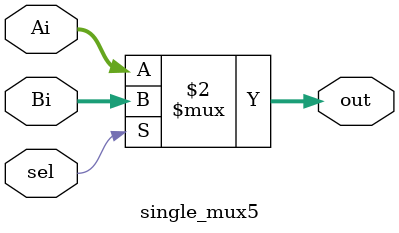
<source format=v>
`timescale 1ns / 1ps
module single_mux5(Ai,Bi,sel,out);
 		 input [4:0] Ai;
  		input [4:0] Bi;
  		input sel;
  		output [4:0] out;
  
  		assign out[4:0] = (sel == 1) ? (Bi[4:0]) : (Ai[4:0]);
endmodule

</source>
